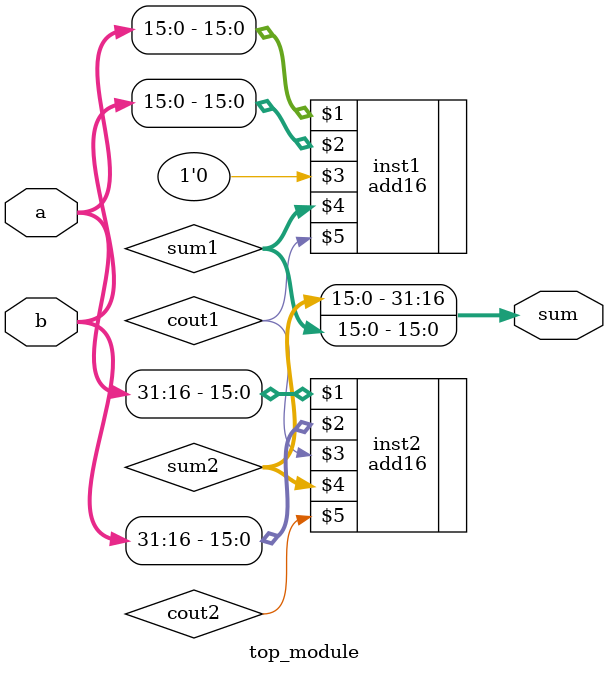
<source format=v>
module top_module(
    input [31:0] a,
    input [31:0] b,
    output [31:0] sum
);
    wire cout1, cout2 ;
    wire[15:0] sum1 , sum2 ;
    add16 inst1 ( a[15:0], b[15:0], 1'b0 , sum1 , cout1 ) ;
    add16 inst2 ( a[31:16], b[31:16], cout1 , sum2 ,cout2  ) ;
    assign sum = { sum2,sum1 } ;
    

endmodule

</source>
